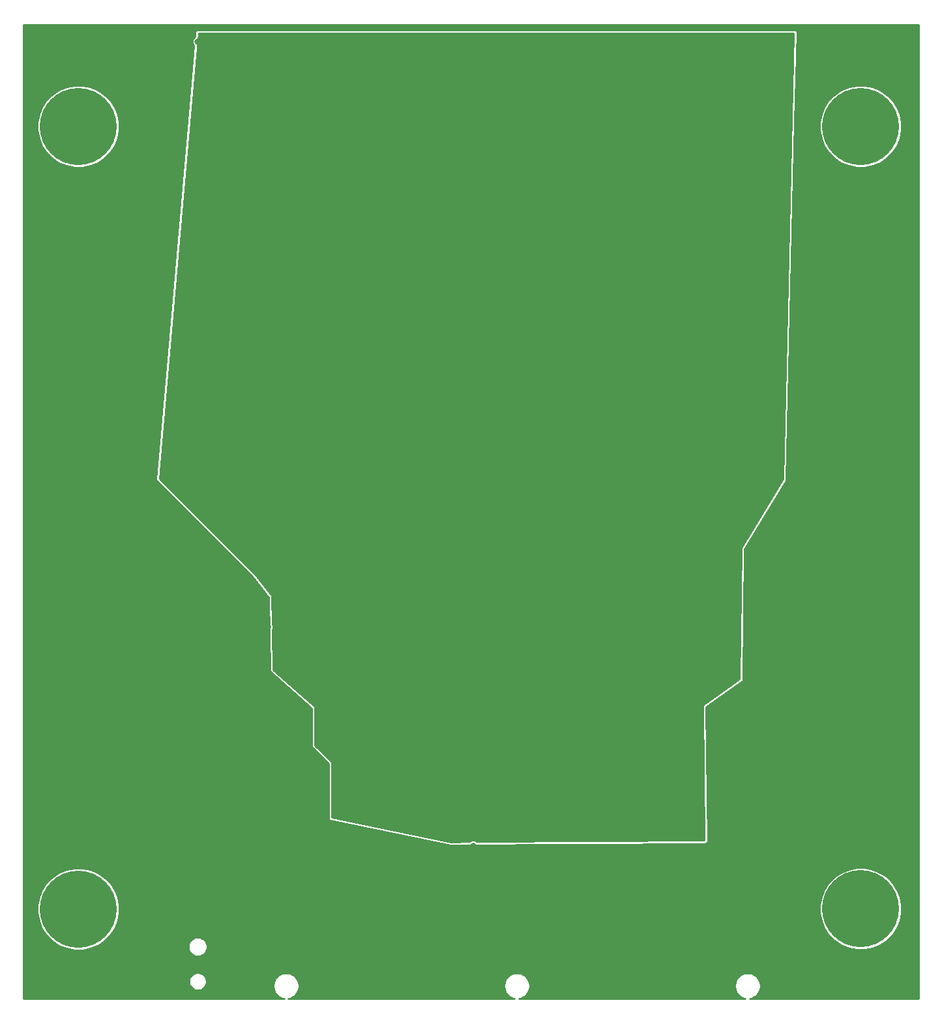
<source format=gbl>
G04 #@! TF.GenerationSoftware,KiCad,Pcbnew,(5.1.6)-1*
G04 #@! TF.CreationDate,2021-11-06T14:38:14-07:00*
G04 #@! TF.ProjectId,High current 4x1 LED mux,48696768-2063-4757-9272-656e74203478,rev?*
G04 #@! TF.SameCoordinates,Original*
G04 #@! TF.FileFunction,Copper,L2,Bot*
G04 #@! TF.FilePolarity,Positive*
%FSLAX46Y46*%
G04 Gerber Fmt 4.6, Leading zero omitted, Abs format (unit mm)*
G04 Created by KiCad (PCBNEW (5.1.6)-1) date 2021-11-06 14:38:14*
%MOMM*%
%LPD*%
G01*
G04 APERTURE LIST*
G04 #@! TA.AperFunction,ComponentPad*
%ADD10C,10.000000*%
G04 #@! TD*
G04 #@! TA.AperFunction,ViaPad*
%ADD11C,0.800000*%
G04 #@! TD*
G04 #@! TA.AperFunction,Conductor*
%ADD12C,0.254000*%
G04 #@! TD*
G04 APERTURE END LIST*
D10*
X188610000Y-147580000D03*
X87000000Y-147600000D03*
X188600000Y-46000000D03*
X87000000Y-46000000D03*
D11*
X164000000Y-33200000D03*
X156000000Y-33200000D03*
X172000000Y-33200000D03*
X80200000Y-33200000D03*
X148000000Y-33200000D03*
X188000000Y-33200000D03*
X180000000Y-33200000D03*
X142000000Y-33200000D03*
X126000000Y-33200000D03*
X134000000Y-33200000D03*
X118000000Y-33200000D03*
X195800000Y-33200000D03*
X99400000Y-33200000D03*
X105600000Y-33200000D03*
X88000000Y-33200000D03*
X112000000Y-33200000D03*
X195800000Y-74000000D03*
X195800000Y-90000000D03*
X195800000Y-50000000D03*
X195800000Y-66000000D03*
X195800000Y-33200000D03*
X195800000Y-58000000D03*
X195800000Y-98000000D03*
X195800000Y-82000000D03*
X195800000Y-106000000D03*
X195800000Y-42000000D03*
X195800000Y-154000000D03*
X195800000Y-146000000D03*
X195800000Y-158800000D03*
X195800000Y-122000000D03*
X195800000Y-130000000D03*
X195800000Y-114000000D03*
X195800000Y-138000000D03*
X80200000Y-33200000D03*
X80200000Y-42000000D03*
X80200000Y-50000000D03*
X80200000Y-58000000D03*
X80200000Y-66000000D03*
X80200000Y-74000000D03*
X80200000Y-82000000D03*
X80200000Y-90000000D03*
X80200000Y-98000000D03*
X80200000Y-106000000D03*
X80200000Y-114000000D03*
X80200000Y-122000000D03*
X80200000Y-130000000D03*
X80200000Y-138000000D03*
X80200000Y-146000000D03*
X80200000Y-154000000D03*
X80200000Y-158800000D03*
X188000000Y-158800000D03*
X180000000Y-158800000D03*
X172000000Y-158800000D03*
X164000000Y-158800000D03*
X156000000Y-158800000D03*
X148000000Y-158800000D03*
X142000000Y-158800000D03*
X134000000Y-158800000D03*
X126000000Y-158800000D03*
X118000000Y-158800000D03*
X112000000Y-158800000D03*
X88000000Y-158800000D03*
X99400000Y-158800000D03*
X105600000Y-158800000D03*
X99200000Y-111000000D03*
X99200000Y-123600000D03*
X99200000Y-117400000D03*
X105200000Y-111000000D03*
X111600000Y-111000000D03*
X111600000Y-116800000D03*
X117000000Y-125000000D03*
X106800000Y-123400000D03*
X87850000Y-122610000D03*
X87980000Y-108450000D03*
X87850000Y-90720000D03*
X87900000Y-72390000D03*
X94940000Y-72360000D03*
X95070000Y-90660000D03*
X95010000Y-108520000D03*
X95080000Y-122600000D03*
X97040000Y-139700000D03*
X111430000Y-126140000D03*
X111530000Y-128830000D03*
X111800000Y-131230000D03*
X130140000Y-142780000D03*
X115530000Y-141960000D03*
X111820000Y-133650000D03*
X116050000Y-149450000D03*
X127760000Y-151110000D03*
X143810000Y-150280000D03*
X165290000Y-150640000D03*
X179490000Y-144940000D03*
X90030000Y-55240000D03*
X88150000Y-136650000D03*
X94610000Y-136650000D03*
X104740000Y-134340000D03*
X105350000Y-125060000D03*
X99380000Y-154360000D03*
X105590000Y-154380000D03*
X99380000Y-149540000D03*
X105610000Y-149540000D03*
X86570000Y-131600000D03*
X108680000Y-106380000D03*
X97680000Y-131260000D03*
X153070000Y-146960000D03*
X99430000Y-40390000D03*
X138280000Y-139390000D03*
X141980000Y-146100000D03*
X158940000Y-140200000D03*
X102500000Y-35000000D03*
X105000000Y-37500000D03*
X107500000Y-35000000D03*
X110000000Y-37500000D03*
X112500000Y-35000000D03*
X117500000Y-35000000D03*
X120000000Y-37500000D03*
X122500000Y-35000000D03*
X102500000Y-40000000D03*
X107500000Y-40000000D03*
X112500000Y-40000000D03*
X117500000Y-40000000D03*
X122500000Y-40000000D03*
X125000000Y-37500000D03*
X127500000Y-35000000D03*
X127500000Y-40000000D03*
X132500000Y-35000000D03*
X132500000Y-40000000D03*
X135000000Y-37500000D03*
X137500000Y-35000000D03*
X137500000Y-40000000D03*
X140000000Y-37500000D03*
X142500000Y-35000000D03*
X142500000Y-40000000D03*
X145000000Y-37500000D03*
X147500000Y-35000000D03*
X147500000Y-40000000D03*
X152500000Y-35000000D03*
X152500000Y-40000000D03*
X155000000Y-37500000D03*
X157500000Y-35000000D03*
X157500000Y-40000000D03*
X160000000Y-37500000D03*
X162500000Y-35000000D03*
X162500000Y-40000000D03*
X167500000Y-35000000D03*
X167500000Y-40000000D03*
X170000000Y-37500000D03*
X170000000Y-42500000D03*
X120000000Y-122500000D03*
X120000000Y-127500000D03*
X122500000Y-125000000D03*
X125000000Y-122500000D03*
X130000000Y-122500000D03*
X135000000Y-122500000D03*
X132500000Y-125000000D03*
X127500000Y-125000000D03*
X125000000Y-127500000D03*
X130000000Y-127500000D03*
X122500000Y-130000000D03*
X127500000Y-130000000D03*
X132500000Y-130000000D03*
X130000000Y-132500000D03*
X125000000Y-132500000D03*
X122500000Y-135000000D03*
X127500000Y-135000000D03*
X132500000Y-135000000D03*
X135000000Y-132500000D03*
X137500000Y-130000000D03*
X137500000Y-135000000D03*
X140000000Y-132500000D03*
X142500000Y-130000000D03*
X142500000Y-135000000D03*
X145000000Y-132500000D03*
X145000000Y-127500000D03*
X142500000Y-125000000D03*
X140000000Y-122500000D03*
X145000000Y-122500000D03*
X147500000Y-125000000D03*
X150000000Y-122500000D03*
X150000000Y-127500000D03*
X147500000Y-130000000D03*
X150000000Y-132500000D03*
X147500000Y-135000000D03*
X152500000Y-125000000D03*
X152500000Y-130000000D03*
X152500000Y-135000000D03*
X155000000Y-122500000D03*
X155000000Y-127500000D03*
X155000000Y-132500000D03*
X157500000Y-135000000D03*
X157500000Y-130000000D03*
X157500000Y-125000000D03*
X160000000Y-122500000D03*
X160000000Y-127500000D03*
X160000000Y-132500000D03*
X162500000Y-135000000D03*
X162500000Y-130000000D03*
X162500000Y-125000000D03*
X165000000Y-122500000D03*
X165000000Y-127500000D03*
X165000000Y-132500000D03*
X167500000Y-125000000D03*
X167500000Y-130000000D03*
X167500000Y-135000000D03*
X115000000Y-37500000D03*
X130000000Y-37500000D03*
X150000000Y-37500000D03*
X165000000Y-37500000D03*
X172500000Y-35000000D03*
X172500000Y-40000000D03*
X175000000Y-37500000D03*
X177500000Y-35000000D03*
X177500000Y-40000000D03*
X175000000Y-42500000D03*
D12*
G36*
X196138000Y-159238000D02*
G01*
X174206317Y-159238000D01*
X174410621Y-159197361D01*
X174716726Y-159070569D01*
X174992212Y-158886494D01*
X175226494Y-158652212D01*
X175410569Y-158376726D01*
X175537361Y-158070621D01*
X175602000Y-157745662D01*
X175602000Y-157414338D01*
X175537361Y-157089379D01*
X175410569Y-156783274D01*
X175226494Y-156507788D01*
X174992212Y-156273506D01*
X174716726Y-156089431D01*
X174410621Y-155962639D01*
X174085662Y-155898000D01*
X173754338Y-155898000D01*
X173429379Y-155962639D01*
X173123274Y-156089431D01*
X172847788Y-156273506D01*
X172613506Y-156507788D01*
X172429431Y-156783274D01*
X172302639Y-157089379D01*
X172238000Y-157414338D01*
X172238000Y-157745662D01*
X172302639Y-158070621D01*
X172429431Y-158376726D01*
X172613506Y-158652212D01*
X172847788Y-158886494D01*
X173123274Y-159070569D01*
X173429379Y-159197361D01*
X173633683Y-159238000D01*
X144236317Y-159238000D01*
X144440621Y-159197361D01*
X144746726Y-159070569D01*
X145022212Y-158886494D01*
X145256494Y-158652212D01*
X145440569Y-158376726D01*
X145567361Y-158070621D01*
X145632000Y-157745662D01*
X145632000Y-157414338D01*
X145567361Y-157089379D01*
X145440569Y-156783274D01*
X145256494Y-156507788D01*
X145022212Y-156273506D01*
X144746726Y-156089431D01*
X144440621Y-155962639D01*
X144115662Y-155898000D01*
X143784338Y-155898000D01*
X143459379Y-155962639D01*
X143153274Y-156089431D01*
X142877788Y-156273506D01*
X142643506Y-156507788D01*
X142459431Y-156783274D01*
X142332639Y-157089379D01*
X142268000Y-157414338D01*
X142268000Y-157745662D01*
X142332639Y-158070621D01*
X142459431Y-158376726D01*
X142643506Y-158652212D01*
X142877788Y-158886494D01*
X143153274Y-159070569D01*
X143459379Y-159197361D01*
X143663683Y-159238000D01*
X114266317Y-159238000D01*
X114470621Y-159197361D01*
X114776726Y-159070569D01*
X115052212Y-158886494D01*
X115286494Y-158652212D01*
X115470569Y-158376726D01*
X115597361Y-158070621D01*
X115662000Y-157745662D01*
X115662000Y-157414338D01*
X115597361Y-157089379D01*
X115470569Y-156783274D01*
X115286494Y-156507788D01*
X115052212Y-156273506D01*
X114776726Y-156089431D01*
X114470621Y-155962639D01*
X114145662Y-155898000D01*
X113814338Y-155898000D01*
X113489379Y-155962639D01*
X113183274Y-156089431D01*
X112907788Y-156273506D01*
X112673506Y-156507788D01*
X112489431Y-156783274D01*
X112362639Y-157089379D01*
X112298000Y-157414338D01*
X112298000Y-157745662D01*
X112362639Y-158070621D01*
X112489431Y-158376726D01*
X112673506Y-158652212D01*
X112907788Y-158886494D01*
X113183274Y-159070569D01*
X113489379Y-159197361D01*
X113693683Y-159238000D01*
X79862000Y-159238000D01*
X79862000Y-156888015D01*
X101363000Y-156888015D01*
X101363000Y-157111985D01*
X101406695Y-157331651D01*
X101492404Y-157538571D01*
X101616835Y-157724795D01*
X101775205Y-157883165D01*
X101961429Y-158007596D01*
X102168349Y-158093305D01*
X102388015Y-158137000D01*
X102611985Y-158137000D01*
X102831651Y-158093305D01*
X103038571Y-158007596D01*
X103224795Y-157883165D01*
X103383165Y-157724795D01*
X103507596Y-157538571D01*
X103593305Y-157331651D01*
X103637000Y-157111985D01*
X103637000Y-156888015D01*
X103593305Y-156668349D01*
X103507596Y-156461429D01*
X103383165Y-156275205D01*
X103224795Y-156116835D01*
X103038571Y-155992404D01*
X102831651Y-155906695D01*
X102611985Y-155863000D01*
X102388015Y-155863000D01*
X102168349Y-155906695D01*
X101961429Y-155992404D01*
X101775205Y-156116835D01*
X101616835Y-156275205D01*
X101492404Y-156461429D01*
X101406695Y-156668349D01*
X101363000Y-156888015D01*
X79862000Y-156888015D01*
X79862000Y-147074351D01*
X81663000Y-147074351D01*
X81663000Y-148125649D01*
X81868098Y-149156745D01*
X82270412Y-150128017D01*
X82854482Y-151002139D01*
X83597861Y-151745518D01*
X84471983Y-152329588D01*
X85443255Y-152731902D01*
X86474351Y-152937000D01*
X87525649Y-152937000D01*
X88556745Y-152731902D01*
X89410739Y-152378166D01*
X101263000Y-152378166D01*
X101263000Y-152621834D01*
X101310538Y-152860819D01*
X101403785Y-153085939D01*
X101539160Y-153288541D01*
X101711459Y-153460840D01*
X101914061Y-153596215D01*
X102139181Y-153689462D01*
X102378166Y-153737000D01*
X102621834Y-153737000D01*
X102860819Y-153689462D01*
X103085939Y-153596215D01*
X103288541Y-153460840D01*
X103460840Y-153288541D01*
X103596215Y-153085939D01*
X103689462Y-152860819D01*
X103737000Y-152621834D01*
X103737000Y-152378166D01*
X103689462Y-152139181D01*
X103596215Y-151914061D01*
X103460840Y-151711459D01*
X103288541Y-151539160D01*
X103085939Y-151403785D01*
X102860819Y-151310538D01*
X102621834Y-151263000D01*
X102378166Y-151263000D01*
X102139181Y-151310538D01*
X101914061Y-151403785D01*
X101711459Y-151539160D01*
X101539160Y-151711459D01*
X101403785Y-151914061D01*
X101310538Y-152139181D01*
X101263000Y-152378166D01*
X89410739Y-152378166D01*
X89528017Y-152329588D01*
X90402139Y-151745518D01*
X91145518Y-151002139D01*
X91729588Y-150128017D01*
X92131902Y-149156745D01*
X92337000Y-148125649D01*
X92337000Y-147074351D01*
X92333022Y-147054351D01*
X183273000Y-147054351D01*
X183273000Y-148105649D01*
X183478098Y-149136745D01*
X183880412Y-150108017D01*
X184464482Y-150982139D01*
X185207861Y-151725518D01*
X186081983Y-152309588D01*
X187053255Y-152711902D01*
X188084351Y-152917000D01*
X189135649Y-152917000D01*
X190166745Y-152711902D01*
X191138017Y-152309588D01*
X192012139Y-151725518D01*
X192755518Y-150982139D01*
X193339588Y-150108017D01*
X193741902Y-149136745D01*
X193947000Y-148105649D01*
X193947000Y-147054351D01*
X193741902Y-146023255D01*
X193339588Y-145051983D01*
X192755518Y-144177861D01*
X192012139Y-143434482D01*
X191138017Y-142850412D01*
X190166745Y-142448098D01*
X189135649Y-142243000D01*
X188084351Y-142243000D01*
X187053255Y-142448098D01*
X186081983Y-142850412D01*
X185207861Y-143434482D01*
X184464482Y-144177861D01*
X183880412Y-145051983D01*
X183478098Y-146023255D01*
X183273000Y-147054351D01*
X92333022Y-147054351D01*
X92131902Y-146043255D01*
X91729588Y-145071983D01*
X91145518Y-144197861D01*
X90402139Y-143454482D01*
X89528017Y-142870412D01*
X88556745Y-142468098D01*
X87525649Y-142263000D01*
X86474351Y-142263000D01*
X85443255Y-142468098D01*
X84471983Y-142870412D01*
X83597861Y-143454482D01*
X82854482Y-144197861D01*
X82270412Y-145071983D01*
X81868098Y-146043255D01*
X81663000Y-147074351D01*
X79862000Y-147074351D01*
X79862000Y-91770481D01*
X97064295Y-91770481D01*
X97069475Y-91865745D01*
X97088653Y-91928964D01*
X97119795Y-91987227D01*
X97161705Y-92038295D01*
X109547459Y-104424049D01*
X111665419Y-107119635D01*
X111863073Y-116607019D01*
X111873906Y-116685041D01*
X111896763Y-116747025D01*
X111931273Y-116803358D01*
X111976109Y-116851877D01*
X117263000Y-121551336D01*
X117263000Y-126400000D01*
X117269475Y-126465745D01*
X117288653Y-126528964D01*
X117319795Y-126587227D01*
X117361705Y-126638295D01*
X119463000Y-128739590D01*
X119463000Y-135800000D01*
X119469089Y-135863770D01*
X119487888Y-135927103D01*
X119518682Y-135985550D01*
X119560286Y-136036868D01*
X119611103Y-136079082D01*
X119669179Y-136110572D01*
X119732282Y-136130126D01*
X135332282Y-139330126D01*
X135402042Y-139336994D01*
X168402042Y-139136994D01*
X168469497Y-139129756D01*
X168532494Y-139109862D01*
X168590399Y-139078060D01*
X168640987Y-139035572D01*
X168682315Y-138984031D01*
X168712793Y-138925418D01*
X168731250Y-138861985D01*
X168736978Y-138796171D01*
X168538986Y-121372863D01*
X173194792Y-118075000D01*
X173235475Y-118041082D01*
X173277983Y-117990511D01*
X173309809Y-117932618D01*
X173329728Y-117869629D01*
X173336977Y-117803964D01*
X173535904Y-100895170D01*
X178888975Y-91973385D01*
X178908145Y-91936440D01*
X178928842Y-91873702D01*
X178936902Y-91808132D01*
X180055303Y-45474351D01*
X183263000Y-45474351D01*
X183263000Y-46525649D01*
X183468098Y-47556745D01*
X183870412Y-48528017D01*
X184454482Y-49402139D01*
X185197861Y-50145518D01*
X186071983Y-50729588D01*
X187043255Y-51131902D01*
X188074351Y-51337000D01*
X189125649Y-51337000D01*
X190156745Y-51131902D01*
X191128017Y-50729588D01*
X192002139Y-50145518D01*
X192745518Y-49402139D01*
X193329588Y-48528017D01*
X193731902Y-47556745D01*
X193937000Y-46525649D01*
X193937000Y-45474351D01*
X193731902Y-44443255D01*
X193329588Y-43471983D01*
X192745518Y-42597861D01*
X192002139Y-41854482D01*
X191128017Y-41270412D01*
X190156745Y-40868098D01*
X189125649Y-40663000D01*
X188074351Y-40663000D01*
X187043255Y-40868098D01*
X186071983Y-41270412D01*
X185197861Y-41854482D01*
X184454482Y-42597861D01*
X183870412Y-43471983D01*
X183468098Y-44443255D01*
X183263000Y-45474351D01*
X180055303Y-45474351D01*
X180336902Y-33808132D01*
X180330525Y-33734255D01*
X180311347Y-33671036D01*
X180280205Y-33612773D01*
X180238295Y-33561705D01*
X180187227Y-33519795D01*
X180128964Y-33488653D01*
X180065745Y-33469475D01*
X180000000Y-33463000D01*
X102500000Y-33463000D01*
X102463459Y-33464987D01*
X102398803Y-33478553D01*
X102338037Y-33504472D01*
X102283494Y-33541748D01*
X102237272Y-33588948D01*
X102201146Y-33644260D01*
X102176505Y-33705556D01*
X102164295Y-33770481D01*
X102111284Y-34373350D01*
X102030190Y-34427535D01*
X101927535Y-34530190D01*
X101846879Y-34650900D01*
X101791323Y-34785025D01*
X101763000Y-34927412D01*
X101763000Y-35072588D01*
X101791323Y-35214975D01*
X101846879Y-35349100D01*
X101927535Y-35469810D01*
X102007812Y-35550087D01*
X97064295Y-91770481D01*
X79862000Y-91770481D01*
X79862000Y-45474351D01*
X81663000Y-45474351D01*
X81663000Y-46525649D01*
X81868098Y-47556745D01*
X82270412Y-48528017D01*
X82854482Y-49402139D01*
X83597861Y-50145518D01*
X84471983Y-50729588D01*
X85443255Y-51131902D01*
X86474351Y-51337000D01*
X87525649Y-51337000D01*
X88556745Y-51131902D01*
X89528017Y-50729588D01*
X90402139Y-50145518D01*
X91145518Y-49402139D01*
X91729588Y-48528017D01*
X92131902Y-47556745D01*
X92337000Y-46525649D01*
X92337000Y-45474351D01*
X92131902Y-44443255D01*
X91729588Y-43471983D01*
X91145518Y-42597861D01*
X90402139Y-41854482D01*
X89528017Y-41270412D01*
X88556745Y-40868098D01*
X87525649Y-40663000D01*
X86474351Y-40663000D01*
X85443255Y-40868098D01*
X84471983Y-41270412D01*
X83597861Y-41854482D01*
X82854482Y-42597861D01*
X82270412Y-43471983D01*
X81868098Y-44443255D01*
X81663000Y-45474351D01*
X79862000Y-45474351D01*
X79862000Y-32862000D01*
X196138001Y-32862000D01*
X196138000Y-159238000D01*
G37*
X196138000Y-159238000D02*
X174206317Y-159238000D01*
X174410621Y-159197361D01*
X174716726Y-159070569D01*
X174992212Y-158886494D01*
X175226494Y-158652212D01*
X175410569Y-158376726D01*
X175537361Y-158070621D01*
X175602000Y-157745662D01*
X175602000Y-157414338D01*
X175537361Y-157089379D01*
X175410569Y-156783274D01*
X175226494Y-156507788D01*
X174992212Y-156273506D01*
X174716726Y-156089431D01*
X174410621Y-155962639D01*
X174085662Y-155898000D01*
X173754338Y-155898000D01*
X173429379Y-155962639D01*
X173123274Y-156089431D01*
X172847788Y-156273506D01*
X172613506Y-156507788D01*
X172429431Y-156783274D01*
X172302639Y-157089379D01*
X172238000Y-157414338D01*
X172238000Y-157745662D01*
X172302639Y-158070621D01*
X172429431Y-158376726D01*
X172613506Y-158652212D01*
X172847788Y-158886494D01*
X173123274Y-159070569D01*
X173429379Y-159197361D01*
X173633683Y-159238000D01*
X144236317Y-159238000D01*
X144440621Y-159197361D01*
X144746726Y-159070569D01*
X145022212Y-158886494D01*
X145256494Y-158652212D01*
X145440569Y-158376726D01*
X145567361Y-158070621D01*
X145632000Y-157745662D01*
X145632000Y-157414338D01*
X145567361Y-157089379D01*
X145440569Y-156783274D01*
X145256494Y-156507788D01*
X145022212Y-156273506D01*
X144746726Y-156089431D01*
X144440621Y-155962639D01*
X144115662Y-155898000D01*
X143784338Y-155898000D01*
X143459379Y-155962639D01*
X143153274Y-156089431D01*
X142877788Y-156273506D01*
X142643506Y-156507788D01*
X142459431Y-156783274D01*
X142332639Y-157089379D01*
X142268000Y-157414338D01*
X142268000Y-157745662D01*
X142332639Y-158070621D01*
X142459431Y-158376726D01*
X142643506Y-158652212D01*
X142877788Y-158886494D01*
X143153274Y-159070569D01*
X143459379Y-159197361D01*
X143663683Y-159238000D01*
X114266317Y-159238000D01*
X114470621Y-159197361D01*
X114776726Y-159070569D01*
X115052212Y-158886494D01*
X115286494Y-158652212D01*
X115470569Y-158376726D01*
X115597361Y-158070621D01*
X115662000Y-157745662D01*
X115662000Y-157414338D01*
X115597361Y-157089379D01*
X115470569Y-156783274D01*
X115286494Y-156507788D01*
X115052212Y-156273506D01*
X114776726Y-156089431D01*
X114470621Y-155962639D01*
X114145662Y-155898000D01*
X113814338Y-155898000D01*
X113489379Y-155962639D01*
X113183274Y-156089431D01*
X112907788Y-156273506D01*
X112673506Y-156507788D01*
X112489431Y-156783274D01*
X112362639Y-157089379D01*
X112298000Y-157414338D01*
X112298000Y-157745662D01*
X112362639Y-158070621D01*
X112489431Y-158376726D01*
X112673506Y-158652212D01*
X112907788Y-158886494D01*
X113183274Y-159070569D01*
X113489379Y-159197361D01*
X113693683Y-159238000D01*
X79862000Y-159238000D01*
X79862000Y-156888015D01*
X101363000Y-156888015D01*
X101363000Y-157111985D01*
X101406695Y-157331651D01*
X101492404Y-157538571D01*
X101616835Y-157724795D01*
X101775205Y-157883165D01*
X101961429Y-158007596D01*
X102168349Y-158093305D01*
X102388015Y-158137000D01*
X102611985Y-158137000D01*
X102831651Y-158093305D01*
X103038571Y-158007596D01*
X103224795Y-157883165D01*
X103383165Y-157724795D01*
X103507596Y-157538571D01*
X103593305Y-157331651D01*
X103637000Y-157111985D01*
X103637000Y-156888015D01*
X103593305Y-156668349D01*
X103507596Y-156461429D01*
X103383165Y-156275205D01*
X103224795Y-156116835D01*
X103038571Y-155992404D01*
X102831651Y-155906695D01*
X102611985Y-155863000D01*
X102388015Y-155863000D01*
X102168349Y-155906695D01*
X101961429Y-155992404D01*
X101775205Y-156116835D01*
X101616835Y-156275205D01*
X101492404Y-156461429D01*
X101406695Y-156668349D01*
X101363000Y-156888015D01*
X79862000Y-156888015D01*
X79862000Y-147074351D01*
X81663000Y-147074351D01*
X81663000Y-148125649D01*
X81868098Y-149156745D01*
X82270412Y-150128017D01*
X82854482Y-151002139D01*
X83597861Y-151745518D01*
X84471983Y-152329588D01*
X85443255Y-152731902D01*
X86474351Y-152937000D01*
X87525649Y-152937000D01*
X88556745Y-152731902D01*
X89410739Y-152378166D01*
X101263000Y-152378166D01*
X101263000Y-152621834D01*
X101310538Y-152860819D01*
X101403785Y-153085939D01*
X101539160Y-153288541D01*
X101711459Y-153460840D01*
X101914061Y-153596215D01*
X102139181Y-153689462D01*
X102378166Y-153737000D01*
X102621834Y-153737000D01*
X102860819Y-153689462D01*
X103085939Y-153596215D01*
X103288541Y-153460840D01*
X103460840Y-153288541D01*
X103596215Y-153085939D01*
X103689462Y-152860819D01*
X103737000Y-152621834D01*
X103737000Y-152378166D01*
X103689462Y-152139181D01*
X103596215Y-151914061D01*
X103460840Y-151711459D01*
X103288541Y-151539160D01*
X103085939Y-151403785D01*
X102860819Y-151310538D01*
X102621834Y-151263000D01*
X102378166Y-151263000D01*
X102139181Y-151310538D01*
X101914061Y-151403785D01*
X101711459Y-151539160D01*
X101539160Y-151711459D01*
X101403785Y-151914061D01*
X101310538Y-152139181D01*
X101263000Y-152378166D01*
X89410739Y-152378166D01*
X89528017Y-152329588D01*
X90402139Y-151745518D01*
X91145518Y-151002139D01*
X91729588Y-150128017D01*
X92131902Y-149156745D01*
X92337000Y-148125649D01*
X92337000Y-147074351D01*
X92333022Y-147054351D01*
X183273000Y-147054351D01*
X183273000Y-148105649D01*
X183478098Y-149136745D01*
X183880412Y-150108017D01*
X184464482Y-150982139D01*
X185207861Y-151725518D01*
X186081983Y-152309588D01*
X187053255Y-152711902D01*
X188084351Y-152917000D01*
X189135649Y-152917000D01*
X190166745Y-152711902D01*
X191138017Y-152309588D01*
X192012139Y-151725518D01*
X192755518Y-150982139D01*
X193339588Y-150108017D01*
X193741902Y-149136745D01*
X193947000Y-148105649D01*
X193947000Y-147054351D01*
X193741902Y-146023255D01*
X193339588Y-145051983D01*
X192755518Y-144177861D01*
X192012139Y-143434482D01*
X191138017Y-142850412D01*
X190166745Y-142448098D01*
X189135649Y-142243000D01*
X188084351Y-142243000D01*
X187053255Y-142448098D01*
X186081983Y-142850412D01*
X185207861Y-143434482D01*
X184464482Y-144177861D01*
X183880412Y-145051983D01*
X183478098Y-146023255D01*
X183273000Y-147054351D01*
X92333022Y-147054351D01*
X92131902Y-146043255D01*
X91729588Y-145071983D01*
X91145518Y-144197861D01*
X90402139Y-143454482D01*
X89528017Y-142870412D01*
X88556745Y-142468098D01*
X87525649Y-142263000D01*
X86474351Y-142263000D01*
X85443255Y-142468098D01*
X84471983Y-142870412D01*
X83597861Y-143454482D01*
X82854482Y-144197861D01*
X82270412Y-145071983D01*
X81868098Y-146043255D01*
X81663000Y-147074351D01*
X79862000Y-147074351D01*
X79862000Y-91770481D01*
X97064295Y-91770481D01*
X97069475Y-91865745D01*
X97088653Y-91928964D01*
X97119795Y-91987227D01*
X97161705Y-92038295D01*
X109547459Y-104424049D01*
X111665419Y-107119635D01*
X111863073Y-116607019D01*
X111873906Y-116685041D01*
X111896763Y-116747025D01*
X111931273Y-116803358D01*
X111976109Y-116851877D01*
X117263000Y-121551336D01*
X117263000Y-126400000D01*
X117269475Y-126465745D01*
X117288653Y-126528964D01*
X117319795Y-126587227D01*
X117361705Y-126638295D01*
X119463000Y-128739590D01*
X119463000Y-135800000D01*
X119469089Y-135863770D01*
X119487888Y-135927103D01*
X119518682Y-135985550D01*
X119560286Y-136036868D01*
X119611103Y-136079082D01*
X119669179Y-136110572D01*
X119732282Y-136130126D01*
X135332282Y-139330126D01*
X135402042Y-139336994D01*
X168402042Y-139136994D01*
X168469497Y-139129756D01*
X168532494Y-139109862D01*
X168590399Y-139078060D01*
X168640987Y-139035572D01*
X168682315Y-138984031D01*
X168712793Y-138925418D01*
X168731250Y-138861985D01*
X168736978Y-138796171D01*
X168538986Y-121372863D01*
X173194792Y-118075000D01*
X173235475Y-118041082D01*
X173277983Y-117990511D01*
X173309809Y-117932618D01*
X173329728Y-117869629D01*
X173336977Y-117803964D01*
X173535904Y-100895170D01*
X178888975Y-91973385D01*
X178908145Y-91936440D01*
X178928842Y-91873702D01*
X178936902Y-91808132D01*
X180055303Y-45474351D01*
X183263000Y-45474351D01*
X183263000Y-46525649D01*
X183468098Y-47556745D01*
X183870412Y-48528017D01*
X184454482Y-49402139D01*
X185197861Y-50145518D01*
X186071983Y-50729588D01*
X187043255Y-51131902D01*
X188074351Y-51337000D01*
X189125649Y-51337000D01*
X190156745Y-51131902D01*
X191128017Y-50729588D01*
X192002139Y-50145518D01*
X192745518Y-49402139D01*
X193329588Y-48528017D01*
X193731902Y-47556745D01*
X193937000Y-46525649D01*
X193937000Y-45474351D01*
X193731902Y-44443255D01*
X193329588Y-43471983D01*
X192745518Y-42597861D01*
X192002139Y-41854482D01*
X191128017Y-41270412D01*
X190156745Y-40868098D01*
X189125649Y-40663000D01*
X188074351Y-40663000D01*
X187043255Y-40868098D01*
X186071983Y-41270412D01*
X185197861Y-41854482D01*
X184454482Y-42597861D01*
X183870412Y-43471983D01*
X183468098Y-44443255D01*
X183263000Y-45474351D01*
X180055303Y-45474351D01*
X180336902Y-33808132D01*
X180330525Y-33734255D01*
X180311347Y-33671036D01*
X180280205Y-33612773D01*
X180238295Y-33561705D01*
X180187227Y-33519795D01*
X180128964Y-33488653D01*
X180065745Y-33469475D01*
X180000000Y-33463000D01*
X102500000Y-33463000D01*
X102463459Y-33464987D01*
X102398803Y-33478553D01*
X102338037Y-33504472D01*
X102283494Y-33541748D01*
X102237272Y-33588948D01*
X102201146Y-33644260D01*
X102176505Y-33705556D01*
X102164295Y-33770481D01*
X102111284Y-34373350D01*
X102030190Y-34427535D01*
X101927535Y-34530190D01*
X101846879Y-34650900D01*
X101791323Y-34785025D01*
X101763000Y-34927412D01*
X101763000Y-35072588D01*
X101791323Y-35214975D01*
X101846879Y-35349100D01*
X101927535Y-35469810D01*
X102007812Y-35550087D01*
X97064295Y-91770481D01*
X79862000Y-91770481D01*
X79862000Y-45474351D01*
X81663000Y-45474351D01*
X81663000Y-46525649D01*
X81868098Y-47556745D01*
X82270412Y-48528017D01*
X82854482Y-49402139D01*
X83597861Y-50145518D01*
X84471983Y-50729588D01*
X85443255Y-51131902D01*
X86474351Y-51337000D01*
X87525649Y-51337000D01*
X88556745Y-51131902D01*
X89528017Y-50729588D01*
X90402139Y-50145518D01*
X91145518Y-49402139D01*
X91729588Y-48528017D01*
X92131902Y-47556745D01*
X92337000Y-46525649D01*
X92337000Y-45474351D01*
X92131902Y-44443255D01*
X91729588Y-43471983D01*
X91145518Y-42597861D01*
X90402139Y-41854482D01*
X89528017Y-41270412D01*
X88556745Y-40868098D01*
X87525649Y-40663000D01*
X86474351Y-40663000D01*
X85443255Y-40868098D01*
X84471983Y-41270412D01*
X83597861Y-41854482D01*
X82854482Y-42597861D01*
X82270412Y-43471983D01*
X81868098Y-44443255D01*
X81663000Y-45474351D01*
X79862000Y-45474351D01*
X79862000Y-32862000D01*
X196138001Y-32862000D01*
X196138000Y-159238000D01*
G36*
X105527412Y-33937000D02*
G01*
X105672588Y-33937000D01*
X105722861Y-33927000D01*
X111877139Y-33927000D01*
X111927412Y-33937000D01*
X112072588Y-33937000D01*
X112122861Y-33927000D01*
X117877139Y-33927000D01*
X117927412Y-33937000D01*
X118072588Y-33937000D01*
X118122861Y-33927000D01*
X125877139Y-33927000D01*
X125927412Y-33937000D01*
X126072588Y-33937000D01*
X126122861Y-33927000D01*
X133877139Y-33927000D01*
X133927412Y-33937000D01*
X134072588Y-33937000D01*
X134122861Y-33927000D01*
X141877139Y-33927000D01*
X141927412Y-33937000D01*
X142072588Y-33937000D01*
X142122861Y-33927000D01*
X147877139Y-33927000D01*
X147927412Y-33937000D01*
X148072588Y-33937000D01*
X148122861Y-33927000D01*
X155877139Y-33927000D01*
X155927412Y-33937000D01*
X156072588Y-33937000D01*
X156122861Y-33927000D01*
X163877139Y-33927000D01*
X163927412Y-33937000D01*
X164072588Y-33937000D01*
X164122861Y-33927000D01*
X171877139Y-33927000D01*
X171927412Y-33937000D01*
X172072588Y-33937000D01*
X172122861Y-33927000D01*
X179869898Y-33927000D01*
X178473846Y-91763412D01*
X173091098Y-100734659D01*
X173080444Y-100757160D01*
X173074383Y-100781308D01*
X173073009Y-100798506D01*
X172873770Y-117733780D01*
X168126592Y-121096365D01*
X168107784Y-121112677D01*
X168092520Y-121132346D01*
X168081387Y-121154614D01*
X168074811Y-121178626D01*
X168073008Y-121201443D01*
X168271557Y-138673776D01*
X138784759Y-138852484D01*
X138749810Y-138817535D01*
X138629100Y-138736879D01*
X138494975Y-138681323D01*
X138352588Y-138653000D01*
X138207412Y-138653000D01*
X138065025Y-138681323D01*
X137930900Y-138736879D01*
X137810190Y-138817535D01*
X137769085Y-138858640D01*
X135412511Y-138872922D01*
X119927000Y-135696406D01*
X119927000Y-128600000D01*
X119924560Y-128575224D01*
X119917333Y-128551399D01*
X119905597Y-128529443D01*
X119889803Y-128510197D01*
X117727000Y-126347394D01*
X117727000Y-125122861D01*
X117737000Y-125072588D01*
X117737000Y-124927412D01*
X117727000Y-124877139D01*
X117727000Y-121400000D01*
X117724560Y-121375224D01*
X117717333Y-121351399D01*
X117705597Y-121329443D01*
X117684374Y-121305079D01*
X112325817Y-116541917D01*
X112218706Y-111400605D01*
X112253121Y-111349100D01*
X112308677Y-111214975D01*
X112337000Y-111072588D01*
X112337000Y-110927412D01*
X112308677Y-110785025D01*
X112253121Y-110650900D01*
X112201477Y-110573610D01*
X112126972Y-106997355D01*
X112124017Y-106972634D01*
X112116295Y-106948966D01*
X112099862Y-106921537D01*
X109899862Y-104121537D01*
X109889803Y-104110197D01*
X97531702Y-91752096D01*
X102616323Y-33927000D01*
X105477139Y-33927000D01*
X105527412Y-33937000D01*
G37*
X105527412Y-33937000D02*
X105672588Y-33937000D01*
X105722861Y-33927000D01*
X111877139Y-33927000D01*
X111927412Y-33937000D01*
X112072588Y-33937000D01*
X112122861Y-33927000D01*
X117877139Y-33927000D01*
X117927412Y-33937000D01*
X118072588Y-33937000D01*
X118122861Y-33927000D01*
X125877139Y-33927000D01*
X125927412Y-33937000D01*
X126072588Y-33937000D01*
X126122861Y-33927000D01*
X133877139Y-33927000D01*
X133927412Y-33937000D01*
X134072588Y-33937000D01*
X134122861Y-33927000D01*
X141877139Y-33927000D01*
X141927412Y-33937000D01*
X142072588Y-33937000D01*
X142122861Y-33927000D01*
X147877139Y-33927000D01*
X147927412Y-33937000D01*
X148072588Y-33937000D01*
X148122861Y-33927000D01*
X155877139Y-33927000D01*
X155927412Y-33937000D01*
X156072588Y-33937000D01*
X156122861Y-33927000D01*
X163877139Y-33927000D01*
X163927412Y-33937000D01*
X164072588Y-33937000D01*
X164122861Y-33927000D01*
X171877139Y-33927000D01*
X171927412Y-33937000D01*
X172072588Y-33937000D01*
X172122861Y-33927000D01*
X179869898Y-33927000D01*
X178473846Y-91763412D01*
X173091098Y-100734659D01*
X173080444Y-100757160D01*
X173074383Y-100781308D01*
X173073009Y-100798506D01*
X172873770Y-117733780D01*
X168126592Y-121096365D01*
X168107784Y-121112677D01*
X168092520Y-121132346D01*
X168081387Y-121154614D01*
X168074811Y-121178626D01*
X168073008Y-121201443D01*
X168271557Y-138673776D01*
X138784759Y-138852484D01*
X138749810Y-138817535D01*
X138629100Y-138736879D01*
X138494975Y-138681323D01*
X138352588Y-138653000D01*
X138207412Y-138653000D01*
X138065025Y-138681323D01*
X137930900Y-138736879D01*
X137810190Y-138817535D01*
X137769085Y-138858640D01*
X135412511Y-138872922D01*
X119927000Y-135696406D01*
X119927000Y-128600000D01*
X119924560Y-128575224D01*
X119917333Y-128551399D01*
X119905597Y-128529443D01*
X119889803Y-128510197D01*
X117727000Y-126347394D01*
X117727000Y-125122861D01*
X117737000Y-125072588D01*
X117737000Y-124927412D01*
X117727000Y-124877139D01*
X117727000Y-121400000D01*
X117724560Y-121375224D01*
X117717333Y-121351399D01*
X117705597Y-121329443D01*
X117684374Y-121305079D01*
X112325817Y-116541917D01*
X112218706Y-111400605D01*
X112253121Y-111349100D01*
X112308677Y-111214975D01*
X112337000Y-111072588D01*
X112337000Y-110927412D01*
X112308677Y-110785025D01*
X112253121Y-110650900D01*
X112201477Y-110573610D01*
X112126972Y-106997355D01*
X112124017Y-106972634D01*
X112116295Y-106948966D01*
X112099862Y-106921537D01*
X109899862Y-104121537D01*
X109889803Y-104110197D01*
X97531702Y-91752096D01*
X102616323Y-33927000D01*
X105477139Y-33927000D01*
X105527412Y-33937000D01*
M02*

</source>
